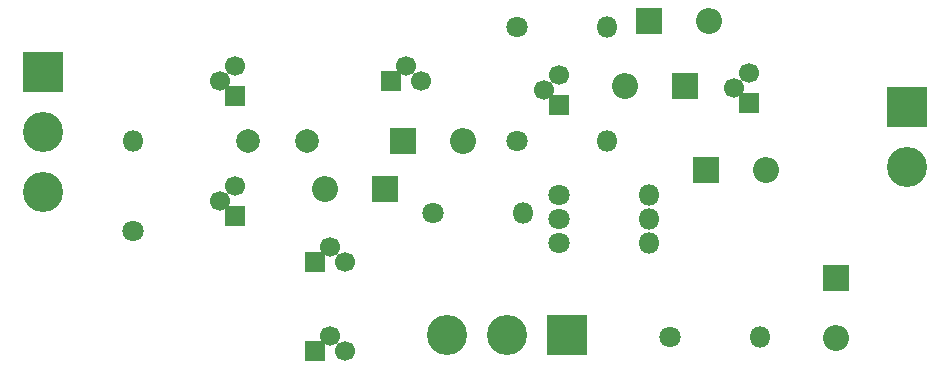
<source format=gbr>
G04 #@! TF.GenerationSoftware,KiCad,Pcbnew,(5.0.0)*
G04 #@! TF.CreationDate,2019-06-12T13:43:48+03:00*
G04 #@! TF.ProjectId,OP pastiprin_t_js,4F502070617374697072696E0174016A,rev?*
G04 #@! TF.SameCoordinates,Original*
G04 #@! TF.FileFunction,Soldermask,Top*
G04 #@! TF.FilePolarity,Negative*
%FSLAX46Y46*%
G04 Gerber Fmt 4.6, Leading zero omitted, Abs format (unit mm)*
G04 Created by KiCad (PCBNEW (5.0.0)) date 06/12/19 13:43:48*
%MOMM*%
%LPD*%
G01*
G04 APERTURE LIST*
%ADD10C,1.800000*%
%ADD11O,1.800000X1.800000*%
%ADD12C,2.000000*%
%ADD13R,2.200000X2.200000*%
%ADD14O,2.200000X2.200000*%
%ADD15C,3.400000*%
%ADD16R,3.400000X3.400000*%
%ADD17R,1.700000X1.700000*%
%ADD18C,1.700000*%
G04 APERTURE END LIST*
D10*
G04 #@! TO.C,R6*
X179070000Y-118173500D03*
D11*
X186690000Y-118173500D03*
G04 #@! TD*
D12*
G04 #@! TO.C,C1*
X143336000Y-101600000D03*
X148336000Y-101600000D03*
G04 #@! TD*
D13*
G04 #@! TO.C,D1*
X177292000Y-91440000D03*
D14*
X182372000Y-91440000D03*
G04 #@! TD*
G04 #@! TO.C,D2*
X175300640Y-96911160D03*
D13*
X180380640Y-96911160D03*
G04 #@! TD*
G04 #@! TO.C,D6*
X182118000Y-104076500D03*
D14*
X187198000Y-104076500D03*
G04 #@! TD*
G04 #@! TO.C,D7*
X193136520Y-118252240D03*
D13*
X193136520Y-113172240D03*
G04 #@! TD*
G04 #@! TO.C,D10*
X154940000Y-105664000D03*
D14*
X149860000Y-105664000D03*
G04 #@! TD*
G04 #@! TO.C,D11*
X161544000Y-101600000D03*
D13*
X156464000Y-101600000D03*
G04 #@! TD*
D15*
G04 #@! TO.C,J1*
X125984000Y-105918000D03*
X125984000Y-100838000D03*
D16*
X125984000Y-95758000D03*
G04 #@! TD*
G04 #@! TO.C,J2*
X170370500Y-117983000D03*
D15*
X165290500Y-117983000D03*
X160210500Y-117983000D03*
G04 #@! TD*
D16*
G04 #@! TO.C,J3*
X199199500Y-98679000D03*
D15*
X199199500Y-103759000D03*
G04 #@! TD*
D11*
G04 #@! TO.C,R1*
X177292000Y-106172000D03*
D10*
X169672000Y-106172000D03*
G04 #@! TD*
D11*
G04 #@! TO.C,R2*
X133604000Y-101600000D03*
D10*
X133604000Y-109220000D03*
G04 #@! TD*
D11*
G04 #@! TO.C,R3*
X173736000Y-91948000D03*
D10*
X166116000Y-91948000D03*
G04 #@! TD*
G04 #@! TO.C,R4*
X169672000Y-110236000D03*
D11*
X177292000Y-110236000D03*
G04 #@! TD*
D10*
G04 #@! TO.C,R5*
X169672000Y-108204000D03*
D11*
X177292000Y-108204000D03*
G04 #@! TD*
G04 #@! TO.C,R7*
X166624000Y-107696000D03*
D10*
X159004000Y-107696000D03*
G04 #@! TD*
G04 #@! TO.C,R8*
X166116000Y-101600000D03*
D11*
X173736000Y-101600000D03*
G04 #@! TD*
D17*
G04 #@! TO.C,V4*
X142240000Y-97790000D03*
D18*
X142240000Y-95250000D03*
X140970000Y-96520000D03*
G04 #@! TD*
G04 #@! TO.C,V5*
X140970000Y-106680000D03*
X142240000Y-105410000D03*
D17*
X142240000Y-107950000D03*
G04 #@! TD*
D18*
G04 #@! TO.C,V8*
X150304500Y-110553500D03*
X151574500Y-111823500D03*
D17*
X149034500Y-111823500D03*
G04 #@! TD*
G04 #@! TO.C,V9*
X149047200Y-119380000D03*
D18*
X151587200Y-119380000D03*
X150317200Y-118110000D03*
G04 #@! TD*
G04 #@! TO.C,V12*
X168402000Y-97282000D03*
X169672000Y-96012000D03*
D17*
X169672000Y-98552000D03*
G04 #@! TD*
D18*
G04 #@! TO.C,V13*
X184531000Y-97091500D03*
X185801000Y-95821500D03*
D17*
X185801000Y-98361500D03*
G04 #@! TD*
G04 #@! TO.C,V14*
X155448000Y-96520000D03*
D18*
X157988000Y-96520000D03*
X156718000Y-95250000D03*
G04 #@! TD*
M02*

</source>
